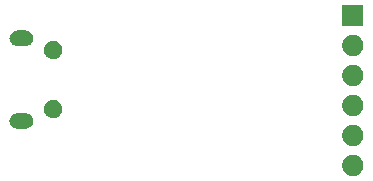
<source format=gbr>
G04 #@! TF.GenerationSoftware,KiCad,Pcbnew,(5.1.5)-3*
G04 #@! TF.CreationDate,2021-08-24T07:45:27-07:00*
G04 #@! TF.ProjectId,USB breakout,55534220-6272-4656-916b-6f75742e6b69,rev?*
G04 #@! TF.SameCoordinates,Original*
G04 #@! TF.FileFunction,Soldermask,Bot*
G04 #@! TF.FilePolarity,Negative*
%FSLAX46Y46*%
G04 Gerber Fmt 4.6, Leading zero omitted, Abs format (unit mm)*
G04 Created by KiCad (PCBNEW (5.1.5)-3) date 2021-08-24 07:45:27*
%MOMM*%
%LPD*%
G04 APERTURE LIST*
%ADD10C,0.100000*%
G04 APERTURE END LIST*
D10*
G36*
X129688513Y-97378928D02*
G01*
X129837813Y-97408625D01*
X130001785Y-97476545D01*
X130149355Y-97575148D01*
X130274854Y-97700647D01*
X130373457Y-97848217D01*
X130441377Y-98012189D01*
X130476001Y-98186260D01*
X130476001Y-98363742D01*
X130441377Y-98537813D01*
X130373457Y-98701785D01*
X130274854Y-98849355D01*
X130149355Y-98974854D01*
X130001785Y-99073457D01*
X129837813Y-99141377D01*
X129688513Y-99171074D01*
X129663743Y-99176001D01*
X129486259Y-99176001D01*
X129461489Y-99171074D01*
X129312189Y-99141377D01*
X129148217Y-99073457D01*
X129000647Y-98974854D01*
X128875148Y-98849355D01*
X128776545Y-98701785D01*
X128708625Y-98537813D01*
X128674001Y-98363742D01*
X128674001Y-98186260D01*
X128708625Y-98012189D01*
X128776545Y-97848217D01*
X128875148Y-97700647D01*
X129000647Y-97575148D01*
X129148217Y-97476545D01*
X129312189Y-97408625D01*
X129461489Y-97378928D01*
X129486259Y-97374001D01*
X129663743Y-97374001D01*
X129688513Y-97378928D01*
G37*
G36*
X129688513Y-94838928D02*
G01*
X129837813Y-94868625D01*
X130001785Y-94936545D01*
X130149355Y-95035148D01*
X130274854Y-95160647D01*
X130373457Y-95308217D01*
X130441377Y-95472189D01*
X130476001Y-95646260D01*
X130476001Y-95823742D01*
X130441377Y-95997813D01*
X130373457Y-96161785D01*
X130274854Y-96309355D01*
X130149355Y-96434854D01*
X130001785Y-96533457D01*
X129837813Y-96601377D01*
X129688513Y-96631074D01*
X129663743Y-96636001D01*
X129486259Y-96636001D01*
X129461489Y-96631074D01*
X129312189Y-96601377D01*
X129148217Y-96533457D01*
X129000647Y-96434854D01*
X128875148Y-96309355D01*
X128776545Y-96161785D01*
X128708625Y-95997813D01*
X128674001Y-95823742D01*
X128674001Y-95646260D01*
X128708625Y-95472189D01*
X128776545Y-95308217D01*
X128875148Y-95160647D01*
X129000647Y-95035148D01*
X129148217Y-94936545D01*
X129312189Y-94868625D01*
X129461489Y-94838928D01*
X129486259Y-94834001D01*
X129663743Y-94834001D01*
X129688513Y-94838928D01*
G37*
G36*
X101926355Y-93852140D02*
G01*
X101990118Y-93858420D01*
X102080904Y-93885960D01*
X102112836Y-93895646D01*
X102225925Y-93956094D01*
X102325054Y-94037446D01*
X102406406Y-94136575D01*
X102466854Y-94249664D01*
X102466855Y-94249668D01*
X102504080Y-94372382D01*
X102516649Y-94500000D01*
X102504080Y-94627618D01*
X102476540Y-94718404D01*
X102466854Y-94750336D01*
X102406406Y-94863425D01*
X102325054Y-94962554D01*
X102225925Y-95043906D01*
X102112836Y-95104354D01*
X102080904Y-95114040D01*
X101990118Y-95141580D01*
X101926355Y-95147860D01*
X101894474Y-95151000D01*
X101130526Y-95151000D01*
X101098645Y-95147860D01*
X101034882Y-95141580D01*
X100944096Y-95114040D01*
X100912164Y-95104354D01*
X100799075Y-95043906D01*
X100699946Y-94962554D01*
X100618594Y-94863425D01*
X100558146Y-94750336D01*
X100548460Y-94718404D01*
X100520920Y-94627618D01*
X100508351Y-94500000D01*
X100520920Y-94372382D01*
X100558145Y-94249668D01*
X100558146Y-94249664D01*
X100618594Y-94136575D01*
X100699946Y-94037446D01*
X100799075Y-93956094D01*
X100912164Y-93895646D01*
X100944096Y-93885960D01*
X101034882Y-93858420D01*
X101098645Y-93852140D01*
X101130526Y-93849000D01*
X101894474Y-93849000D01*
X101926355Y-93852140D01*
G37*
G36*
X104438848Y-92753820D02*
G01*
X104438850Y-92753821D01*
X104438851Y-92753821D01*
X104580074Y-92812317D01*
X104580077Y-92812319D01*
X104707169Y-92897239D01*
X104815261Y-93005331D01*
X104882699Y-93106259D01*
X104900183Y-93132426D01*
X104958679Y-93273649D01*
X104958680Y-93273652D01*
X104988500Y-93423569D01*
X104988500Y-93576431D01*
X104979479Y-93621785D01*
X104958679Y-93726351D01*
X104900183Y-93867574D01*
X104900181Y-93867577D01*
X104815261Y-93994669D01*
X104707169Y-94102761D01*
X104580077Y-94187681D01*
X104580074Y-94187683D01*
X104438851Y-94246179D01*
X104438850Y-94246179D01*
X104438848Y-94246180D01*
X104288931Y-94276000D01*
X104136069Y-94276000D01*
X103986152Y-94246180D01*
X103986150Y-94246179D01*
X103986149Y-94246179D01*
X103844926Y-94187683D01*
X103844923Y-94187681D01*
X103717831Y-94102761D01*
X103609739Y-93994669D01*
X103524819Y-93867577D01*
X103524817Y-93867574D01*
X103466321Y-93726351D01*
X103445522Y-93621785D01*
X103436500Y-93576431D01*
X103436500Y-93423569D01*
X103466320Y-93273652D01*
X103466321Y-93273649D01*
X103524817Y-93132426D01*
X103542301Y-93106259D01*
X103609739Y-93005331D01*
X103717831Y-92897239D01*
X103844923Y-92812319D01*
X103844926Y-92812317D01*
X103986149Y-92753821D01*
X103986150Y-92753821D01*
X103986152Y-92753820D01*
X104136069Y-92724000D01*
X104288931Y-92724000D01*
X104438848Y-92753820D01*
G37*
G36*
X129688513Y-92298928D02*
G01*
X129837813Y-92328625D01*
X130001785Y-92396545D01*
X130149355Y-92495148D01*
X130274854Y-92620647D01*
X130373457Y-92768217D01*
X130441377Y-92932189D01*
X130476001Y-93106260D01*
X130476001Y-93283742D01*
X130441377Y-93457813D01*
X130373457Y-93621785D01*
X130274854Y-93769355D01*
X130149355Y-93894854D01*
X130001785Y-93993457D01*
X129837813Y-94061377D01*
X129688513Y-94091074D01*
X129663743Y-94096001D01*
X129486259Y-94096001D01*
X129461489Y-94091074D01*
X129312189Y-94061377D01*
X129148217Y-93993457D01*
X129000647Y-93894854D01*
X128875148Y-93769355D01*
X128776545Y-93621785D01*
X128708625Y-93457813D01*
X128674001Y-93283742D01*
X128674001Y-93106260D01*
X128708625Y-92932189D01*
X128776545Y-92768217D01*
X128875148Y-92620647D01*
X129000647Y-92495148D01*
X129148217Y-92396545D01*
X129312189Y-92328625D01*
X129461489Y-92298928D01*
X129486259Y-92294001D01*
X129663743Y-92294001D01*
X129688513Y-92298928D01*
G37*
G36*
X129688513Y-89758928D02*
G01*
X129837813Y-89788625D01*
X130001785Y-89856545D01*
X130149355Y-89955148D01*
X130274854Y-90080647D01*
X130373457Y-90228217D01*
X130441377Y-90392189D01*
X130476001Y-90566260D01*
X130476001Y-90743742D01*
X130441377Y-90917813D01*
X130373457Y-91081785D01*
X130274854Y-91229355D01*
X130149355Y-91354854D01*
X130001785Y-91453457D01*
X129837813Y-91521377D01*
X129688513Y-91551074D01*
X129663743Y-91556001D01*
X129486259Y-91556001D01*
X129461489Y-91551074D01*
X129312189Y-91521377D01*
X129148217Y-91453457D01*
X129000647Y-91354854D01*
X128875148Y-91229355D01*
X128776545Y-91081785D01*
X128708625Y-90917813D01*
X128674001Y-90743742D01*
X128674001Y-90566260D01*
X128708625Y-90392189D01*
X128776545Y-90228217D01*
X128875148Y-90080647D01*
X129000647Y-89955148D01*
X129148217Y-89856545D01*
X129312189Y-89788625D01*
X129461489Y-89758928D01*
X129486259Y-89754001D01*
X129663743Y-89754001D01*
X129688513Y-89758928D01*
G37*
G36*
X104438848Y-87753820D02*
G01*
X104438850Y-87753821D01*
X104438851Y-87753821D01*
X104580074Y-87812317D01*
X104580077Y-87812319D01*
X104707169Y-87897239D01*
X104815261Y-88005331D01*
X104900181Y-88132423D01*
X104900183Y-88132426D01*
X104929723Y-88203743D01*
X104958680Y-88273652D01*
X104988500Y-88423569D01*
X104988500Y-88576429D01*
X104958679Y-88726351D01*
X104900183Y-88867574D01*
X104900181Y-88867577D01*
X104815261Y-88994669D01*
X104707169Y-89102761D01*
X104580077Y-89187681D01*
X104580074Y-89187683D01*
X104438851Y-89246179D01*
X104438850Y-89246179D01*
X104438848Y-89246180D01*
X104288931Y-89276000D01*
X104136069Y-89276000D01*
X103986152Y-89246180D01*
X103986150Y-89246179D01*
X103986149Y-89246179D01*
X103844926Y-89187683D01*
X103844923Y-89187681D01*
X103717831Y-89102761D01*
X103609739Y-88994669D01*
X103524819Y-88867577D01*
X103524817Y-88867574D01*
X103466321Y-88726351D01*
X103436500Y-88576429D01*
X103436500Y-88423569D01*
X103466320Y-88273652D01*
X103495277Y-88203743D01*
X103524817Y-88132426D01*
X103524819Y-88132423D01*
X103609739Y-88005331D01*
X103717831Y-87897239D01*
X103844923Y-87812319D01*
X103844926Y-87812317D01*
X103986149Y-87753821D01*
X103986150Y-87753821D01*
X103986152Y-87753820D01*
X104136069Y-87724000D01*
X104288931Y-87724000D01*
X104438848Y-87753820D01*
G37*
G36*
X129688513Y-87218928D02*
G01*
X129837813Y-87248625D01*
X130001785Y-87316545D01*
X130149355Y-87415148D01*
X130274854Y-87540647D01*
X130373457Y-87688217D01*
X130441377Y-87852189D01*
X130476001Y-88026260D01*
X130476001Y-88203742D01*
X130441377Y-88377813D01*
X130373457Y-88541785D01*
X130274854Y-88689355D01*
X130149355Y-88814854D01*
X130001785Y-88913457D01*
X129837813Y-88981377D01*
X129688513Y-89011074D01*
X129663743Y-89016001D01*
X129486259Y-89016001D01*
X129461489Y-89011074D01*
X129312189Y-88981377D01*
X129148217Y-88913457D01*
X129000647Y-88814854D01*
X128875148Y-88689355D01*
X128776545Y-88541785D01*
X128708625Y-88377813D01*
X128674001Y-88203742D01*
X128674001Y-88026260D01*
X128708625Y-87852189D01*
X128776545Y-87688217D01*
X128875148Y-87540647D01*
X129000647Y-87415148D01*
X129148217Y-87316545D01*
X129312189Y-87248625D01*
X129461489Y-87218928D01*
X129486259Y-87214001D01*
X129663743Y-87214001D01*
X129688513Y-87218928D01*
G37*
G36*
X101926355Y-86852140D02*
G01*
X101990118Y-86858420D01*
X102080904Y-86885960D01*
X102112836Y-86895646D01*
X102225925Y-86956094D01*
X102325054Y-87037446D01*
X102406406Y-87136575D01*
X102466854Y-87249664D01*
X102466855Y-87249668D01*
X102504080Y-87372382D01*
X102516649Y-87500000D01*
X102504080Y-87627618D01*
X102485697Y-87688217D01*
X102466854Y-87750336D01*
X102406406Y-87863425D01*
X102325054Y-87962554D01*
X102225925Y-88043906D01*
X102112836Y-88104354D01*
X102080904Y-88114040D01*
X101990118Y-88141580D01*
X101926355Y-88147860D01*
X101894474Y-88151000D01*
X101130526Y-88151000D01*
X101098645Y-88147860D01*
X101034882Y-88141580D01*
X100944096Y-88114040D01*
X100912164Y-88104354D01*
X100799075Y-88043906D01*
X100699946Y-87962554D01*
X100618594Y-87863425D01*
X100558146Y-87750336D01*
X100539303Y-87688217D01*
X100520920Y-87627618D01*
X100508351Y-87500000D01*
X100520920Y-87372382D01*
X100558145Y-87249668D01*
X100558146Y-87249664D01*
X100618594Y-87136575D01*
X100699946Y-87037446D01*
X100799075Y-86956094D01*
X100912164Y-86895646D01*
X100944096Y-86885960D01*
X101034882Y-86858420D01*
X101098645Y-86852140D01*
X101130526Y-86849000D01*
X101894474Y-86849000D01*
X101926355Y-86852140D01*
G37*
G36*
X130476001Y-86476001D02*
G01*
X128674001Y-86476001D01*
X128674001Y-84674001D01*
X130476001Y-84674001D01*
X130476001Y-86476001D01*
G37*
M02*

</source>
